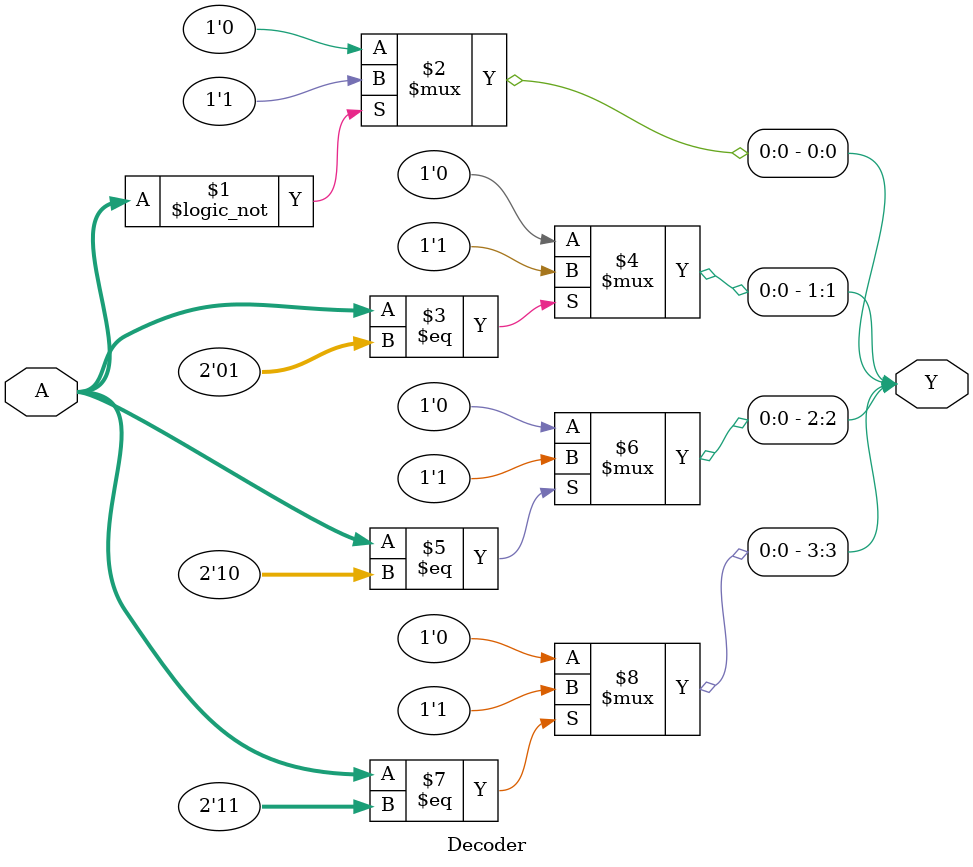
<source format=v>
module Decoder(input [1:0] A, output [3:0] Y);
    assign Y[0] = (A == 2'b00) ? 1'b1 : 1'b0;
    assign Y[1] = (A == 2'b01) ? 1'b1 : 1'b0;
    assign Y[2] = (A == 2'b10) ? 1'b1 : 1'b0;
    assign Y[3] = (A == 2'b11) ? 1'b1 : 1'b0;
endmodule

</source>
